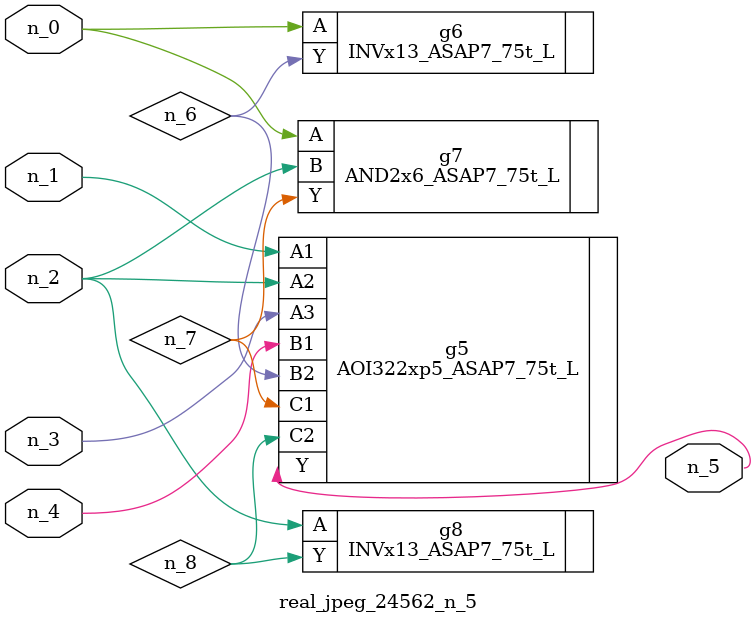
<source format=v>
module real_jpeg_24562_n_5 (n_4, n_0, n_1, n_2, n_3, n_5);

input n_4;
input n_0;
input n_1;
input n_2;
input n_3;

output n_5;

wire n_8;
wire n_6;
wire n_7;

INVx13_ASAP7_75t_L g6 ( 
.A(n_0),
.Y(n_6)
);

AND2x6_ASAP7_75t_L g7 ( 
.A(n_0),
.B(n_2),
.Y(n_7)
);

AOI322xp5_ASAP7_75t_L g5 ( 
.A1(n_1),
.A2(n_2),
.A3(n_3),
.B1(n_4),
.B2(n_6),
.C1(n_7),
.C2(n_8),
.Y(n_5)
);

INVx13_ASAP7_75t_L g8 ( 
.A(n_2),
.Y(n_8)
);


endmodule
</source>
